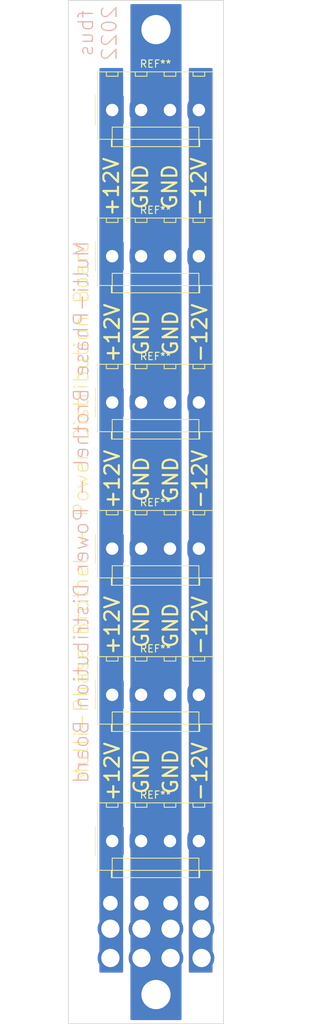
<source format=kicad_pcb>
(kicad_pcb (version 20211014) (generator pcbnew)
  (title_block (title "Modular Synth Power Board") (date "2022-11-14") (rev "v0.1") (company "fbus"))
  (layers (0 "F.Cu" signal) (31 "B.Cu" signal) (34 "B.Paste" user) (35 "F.Paste" user) (36 "B.SilkS" user "B.Silkscreen") (37 "F.SilkS" user "F.Silkscreen") (38 "B.Mask" user) (39 "F.Mask" user) (44 "Edge.Cuts" user))
  (net 0 "")
  (net 1 "+12V")
  (net 2 "GND")
  (net 3 "-12V")
  (footprint "Connector_Molex:Molex_KK-396_A-41791-0004_1x04_P3.96mm_Vertical" (layer "F.Cu") (at 25 35)
    (fp_text reference "REF**" (at 5.94 -6.31) (layer "F.SilkS"))
    (fp_text value "Molex_KK-396_A-41791-0004_1x04_P3.96mm_Vertical")
    (fp_line (start 3.16 -5.22) (end 3.16 -4.62) (layer "F.SilkS") (width 0.12))
    (fp_line (start 11.88 2.34) (end 11.88 4.01) (layer "F.SilkS") (width 0.12))
    (fp_line (start 11.88 4.01) (end 11.88 5.01) (layer "F.SilkS") (width 0.12))
    (fp_line (start -2.31 -2) (end -2.31 2) (layer "F.SilkS") (width 0.12))
    (fp_line (start 8.72 -4.62) (end 8.72 -5.22) (layer "F.SilkS") (width 0.12))
    (fp_line (start 0 2.34) (end 11.88 2.34) (layer "F.SilkS") (width 0.12))
    (fp_line (start 0.8 -4.62) (end 0.8 -5.22) (layer "F.SilkS") (width 0.12))
    (fp_line (start 4.76 -4.62) (end 4.76 -5.22) (layer "F.SilkS") (width 0.12))
    (fp_line (start 13.9 -5.22) (end 13.9 4.005) (layer "F.SilkS") (width 0.12))
    (fp_line (start 11.995 4.005) (end 11.995 5.01) (layer "F.SilkS") (width 0.12))
    (fp_line (start 0 4.01) (end 0 2.34) (layer "F.SilkS") (width 0.12))
    (fp_line (start 7.12 -4.62) (end 8.72 -4.62) (layer "F.SilkS") (width 0.12))
    (fp_line (start -0.115 4.005) (end -2.02 4.005) (layer "F.SilkS") (width 0.12))
    (fp_line (start 3.16 -4.62) (end 4.76 -4.62) (layer "F.SilkS") (width 0.12))
    (fp_line (start 11.08 -4.62) (end 12.68 -4.62) (layer "F.SilkS") (width 0.12))
    (fp_line (start 11.995 5.01) (end -0.115 5.01) (layer "F.SilkS") (width 0.12))
    (fp_line (start 7.12 -5.22) (end 7.12 -4.62) (layer "F.SilkS") (width 0.12))
    (fp_line (start -0.115 5.01) (end -0.115 4.005) (layer "F.SilkS") (width 0.12))
    (fp_line (start 0 4.01) (end 11.88 4.01) (layer "F.SilkS") (width 0.12))
    (fp_line (start 11.08 -5.22) (end 11.08 -4.62) (layer "F.SilkS") (width 0.12))
    (fp_line (start -0.8 -5.22) (end -0.8 -4.62) (layer "F.SilkS") (width 0.12))
    (fp_line (start 12.68 -4.62) (end 12.68 -5.22) (layer "F.SilkS") (width 0.12))
    (fp_line (start -2.02 -5.22) (end 13.9 -5.22) (layer "F.SilkS") (width 0.12))
    (fp_line (start 0 5.01) (end 0 4.01) (layer "F.SilkS") (width 0.12))
    (fp_line (start 13.9 4.005) (end 11.995 4.005) (layer "F.SilkS") (width 0.12))
    (fp_line (start -0.8 -4.62) (end 0.8 -4.62) (layer "F.SilkS") (width 0.12))
    (fp_line (start -2.02 4.005) (end -2.02 -5.22) (layer "F.SilkS") (width 0.12))
    (pad "1" thru_hole roundrect (at 0 0) (size 3.16 4.1) (drill 1.7) (layers *.Cu *.Mask) (roundrect_rratio 0.07911392405) (net 1 "+12V"))
    (pad "2" thru_hole oval (at 3.96 0) (size 3.16 4.1) (drill 1.7) (layers *.Cu *.Mask) (net 2 "GND"))
    (pad "3" thru_hole oval (at 7.92 0) (size 3.16 4.1) (drill 1.7) (layers *.Cu *.Mask) (net 2 "GND"))
    (pad "4" thru_hole oval (at 11.88 0) (size 3.16 4.1) (drill 1.7) (layers *.Cu *.Mask) (net 3 "-12V"))
  )
  (footprint "Connector_Molex:Molex_KK-396_A-41791-0004_1x04_P3.96mm_Vertical" (layer "F.Cu") (at 25 95)
    (fp_text reference "REF**" (at 5.94 -6.31) (layer "F.SilkS"))
    (fp_text value "Molex_KK-396_A-41791-0004_1x04_P3.96mm_Vertical")
    (fp_line (start 0.8 -4.62) (end 0.8 -5.22) (layer "F.SilkS") (width 0.12))
    (fp_line (start 11.88 2.34) (end 11.88 4.01) (layer "F.SilkS") (width 0.12))
    (fp_line (start 11.08 -5.22) (end 11.08 -4.62) (layer "F.SilkS") (width 0.12))
    (fp_line (start 13.9 4.005) (end 11.995 4.005) (layer "F.SilkS") (width 0.12))
    (fp_line (start 11.995 4.005) (end 11.995 5.01) (layer "F.SilkS") (width 0.12))
    (fp_line (start 11.995 5.01) (end -0.115 5.01) (layer "F.SilkS") (width 0.12))
    (fp_line (start 0 4.01) (end 11.88 4.01) (layer "F.SilkS") (width 0.12))
    (fp_line (start 7.12 -5.22) (end 7.12 -4.62) (layer "F.SilkS") (width 0.12))
    (fp_line (start -2.02 4.005) (end -2.02 -5.22) (layer "F.SilkS") (width 0.12))
    (fp_line (start 13.9 -5.22) (end 13.9 4.005) (layer "F.SilkS") (width 0.12))
    (fp_line (start -0.115 5.01) (end -0.115 4.005) (layer "F.SilkS") (width 0.12))
    (fp_line (start -2.31 -2) (end -2.31 2) (layer "F.SilkS") (width 0.12))
    (fp_line (start 0 2.34) (end 11.88 2.34) (layer "F.SilkS") (width 0.12))
    (fp_line (start -0.115 4.005) (end -2.02 4.005) (layer "F.SilkS") (width 0.12))
    (fp_line (start 11.88 4.01) (end 11.88 5.01) (layer "F.SilkS") (width 0.12))
    (fp_line (start 12.68 -4.62) (end 12.68 -5.22) (layer "F.SilkS") (width 0.12))
    (fp_line (start 3.16 -4.62) (end 4.76 -4.62) (layer "F.SilkS") (width 0.12))
    (fp_line (start 4.76 -4.62) (end 4.76 -5.22) (layer "F.SilkS") (width 0.12))
    (fp_line (start -0.8 -4.62) (end 0.8 -4.62) (layer "F.SilkS") (width 0.12))
    (fp_line (start 3.16 -5.22) (end 3.16 -4.62) (layer "F.SilkS") (width 0.12))
    (fp_line (start 7.12 -4.62) (end 8.72 -4.62) (layer "F.SilkS") (width 0.12))
    (fp_line (start 0 4.01) (end 0 2.34) (layer "F.SilkS") (width 0.12))
    (fp_line (start 11.08 -4.62) (end 12.68 -4.62) (layer "F.SilkS") (width 0.12))
    (fp_line (start -2.02 -5.22) (end 13.9 -5.22) (layer "F.SilkS") (width 0.12))
    (fp_line (start 8.72 -4.62) (end 8.72 -5.22) (layer "F.SilkS") (width 0.12))
    (fp_line (start -0.8 -5.22) (end -0.8 -4.62) (layer "F.SilkS") (width 0.12))
    (fp_line (start 0 5.01) (end 0 4.01) (layer "F.SilkS") (width 0.12))
    (pad "1" thru_hole roundrect (at 0 0) (size 3.16 4.1) (drill 1.7) (layers *.Cu *.Mask) (roundrect_rratio 0.07911392405) (net 1 "+12V"))
    (pad "2" thru_hole oval (at 3.96 0) (size 3.16 4.1) (drill 1.7) (layers *.Cu *.Mask) (net 2 "GND"))
    (pad "3" thru_hole oval (at 7.92 0) (size 3.16 4.1) (drill 1.7) (layers *.Cu *.Mask) (net 2 "GND"))
    (pad "4" thru_hole oval (at 11.88 0) (size 3.16 4.1) (drill 1.7) (layers *.Cu *.Mask) (net 3 "-12V"))
  )
  (footprint "Connector_Molex:Molex_KK-396_A-41791-0004_1x04_P3.96mm_Vertical" (layer "F.Cu") (at 25 135)
    (fp_text reference "REF**" (at 5.94 -6.31) (layer "F.SilkS"))
    (fp_text value "Molex_KK-396_A-41791-0004_1x04_P3.96mm_Vertical")
    (fp_line (start 11.08 -5.22) (end 11.08 -4.62) (layer "F.SilkS") (width 0.12))
    (fp_line (start 7.12 -5.22) (end 7.12 -4.62) (layer "F.SilkS") (width 0.12))
    (fp_line (start 4.76 -4.62) (end 4.76 -5.22) (layer "F.SilkS") (width 0.12))
    (fp_line (start 13.9 4.005) (end 11.995 4.005) (layer "F.SilkS") (width 0.12))
    (fp_line (start 11.995 5.01) (end -0.115 5.01) (layer "F.SilkS") (width 0.12))
    (fp_line (start 3.16 -4.62) (end 4.76 -4.62) (layer "F.SilkS") (width 0.12))
    (fp_line (start 0 4.01) (end 0 2.34) (layer "F.SilkS") (width 0.12))
    (fp_line (start -0.8 -4.62) (end 0.8 -4.62) (layer "F.SilkS") (width 0.12))
    (fp_line (start 11.08 -4.62) (end 12.68 -4.62) (layer "F.SilkS") (width 0.12))
    (fp_line (start 0 5.01) (end 0 4.01) (layer "F.SilkS") (width 0.12))
    (fp_line (start -0.115 5.01) (end -0.115 4.005) (layer "F.SilkS") (width 0.12))
    (fp_line (start -0.115 4.005) (end -2.02 4.005) (layer "F.SilkS") (width 0.12))
    (fp_line (start 13.9 -5.22) (end 13.9 4.005) (layer "F.SilkS") (width 0.12))
    (fp_line (start 0 4.01) (end 11.88 4.01) (layer "F.SilkS") (width 0.12))
    (fp_line (start 0.8 -4.62) (end 0.8 -5.22) (layer "F.SilkS") (width 0.12))
    (fp_line (start 7.12 -4.62) (end 8.72 -4.62) (layer "F.SilkS") (width 0.12))
    (fp_line (start -2.02 4.005) (end -2.02 -5.22) (layer "F.SilkS") (width 0.12))
    (fp_line (start 11.995 4.005) (end 11.995 5.01) (layer "F.SilkS") (width 0.12))
    (fp_line (start -0.8 -5.22) (end -0.8 -4.62) (layer "F.SilkS") (width 0.12))
    (fp_line (start -2.31 -2) (end -2.31 2) (layer "F.SilkS") (width 0.12))
    (fp_line (start 0 2.34) (end 11.88 2.34) (layer "F.SilkS") (width 0.12))
    (fp_line (start 3.16 -5.22) (end 3.16 -4.62) (layer "F.SilkS") (width 0.12))
    (fp_line (start 8.72 -4.62) (end 8.72 -5.22) (layer "F.SilkS") (width 0.12))
    (fp_line (start 12.68 -4.62) (end 12.68 -5.22) (layer "F.SilkS") (width 0.12))
    (fp_line (start 11.88 4.01) (end 11.88 5.01) (layer "F.SilkS") (width 0.12))
    (fp_line (start -2.02 -5.22) (end 13.9 -5.22) (layer "F.SilkS") (width 0.12))
    (fp_line (start 11.88 2.34) (end 11.88 4.01) (layer "F.SilkS") (width 0.12))
    (pad "1" thru_hole roundrect (at 0 0) (size 3.16 4.1) (drill 1.7) (layers *.Cu *.Mask) (roundrect_rratio 0.07911392405) (net 1 "+12V"))
    (pad "2" thru_hole oval (at 3.96 0) (size 3.16 4.1) (drill 1.7) (layers *.Cu *.Mask) (net 2 "GND"))
    (pad "3" thru_hole oval (at 7.92 0) (size 3.16 4.1) (drill 1.7) (layers *.Cu *.Mask) (net 2 "GND"))
    (pad "4" thru_hole oval (at 11.88 0) (size 3.16 4.1) (drill 1.7) (layers *.Cu *.Mask) (net 3 "-12V"))
  )
  (footprint "Connector_Molex:Molex_KK-396_A-41791-0004_1x04_P3.96mm_Vertical" (layer "F.Cu") (at 25 115)
    (fp_text reference "REF**" (at 5.94 -6.31) (layer "F.SilkS"))
    (fp_text value "Molex_KK-396_A-41791-0004_1x04_P3.96mm_Vertical")
    (fp_line (start -0.115 5.01) (end -0.115 4.005) (layer "F.SilkS") (width 0.12))
    (fp_line (start 0 2.34) (end 11.88 2.34) (layer "F.SilkS") (width 0.12))
    (fp_line (start 7.12 -5.22) (end 7.12 -4.62) (layer "F.SilkS") (width 0.12))
    (fp_line (start 13.9 -5.22) (end 13.9 4.005) (layer "F.SilkS") (width 0.12))
    (fp_line (start -2.02 4.005) (end -2.02 -5.22) (layer "F.SilkS") (width 0.12))
    (fp_line (start 3.16 -4.62) (end 4.76 -4.62) (layer "F.SilkS") (width 0.12))
    (fp_line (start 0 4.01) (end 11.88 4.01) (layer "F.SilkS") (width 0.12))
    (fp_line (start 3.16 -5.22) (end 3.16 -4.62) (layer "F.SilkS") (width 0.12))
    (fp_line (start 11.08 -4.62) (end 12.68 -4.62) (layer "F.SilkS") (width 0.12))
    (fp_line (start 11.995 5.01) (end -0.115 5.01) (layer "F.SilkS") (width 0.12))
    (fp_line (start -0.115 4.005) (end -2.02 4.005) (layer "F.SilkS") (width 0.12))
    (fp_line (start 8.72 -4.62) (end 8.72 -5.22) (layer "F.SilkS") (width 0.12))
    (fp_line (start 13.9 4.005) (end 11.995 4.005) (layer "F.SilkS") (width 0.12))
    (fp_line (start 11.995 4.005) (end 11.995 5.01) (layer "F.SilkS") (width 0.12))
    (fp_line (start 0.8 -4.62) (end 0.8 -5.22) (layer "F.SilkS") (width 0.12))
    (fp_line (start 0 5.01) (end 0 4.01) (layer "F.SilkS") (width 0.12))
    (fp_line (start 11.88 2.34) (end 11.88 4.01) (layer "F.SilkS") (width 0.12))
    (fp_line (start 0 4.01) (end 0 2.34) (layer "F.SilkS") (width 0.12))
    (fp_line (start 11.88 4.01) (end 11.88 5.01) (layer "F.SilkS") (width 0.12))
    (fp_line (start 12.68 -4.62) (end 12.68 -5.22) (layer "F.SilkS") (width 0.12))
    (fp_line (start 7.12 -4.62) (end 8.72 -4.62) (layer "F.SilkS") (width 0.12))
    (fp_line (start -0.8 -4.62) (end 0.8 -4.62) (layer "F.SilkS") (width 0.12))
    (fp_line (start -2.02 -5.22) (end 13.9 -5.22) (layer "F.SilkS") (width 0.12))
    (fp_line (start 4.76 -4.62) (end 4.76 -5.22) (layer "F.SilkS") (width 0.12))
    (fp_line (start -2.31 -2) (end -2.31 2) (layer "F.SilkS") (width 0.12))
    (fp_line (start -0.8 -5.22) (end -0.8 -4.62) (layer "F.SilkS") (width 0.12))
    (fp_line (start 11.08 -5.22) (end 11.08 -4.62) (layer "F.SilkS") (width 0.12))
    (pad "1" thru_hole roundrect (at 0 0) (size 3.16 4.1) (drill 1.7) (layers *.Cu *.Mask) (roundrect_rratio 0.07911392405) (net 1 "+12V"))
    (pad "2" thru_hole oval (at 3.96 0) (size 3.16 4.1) (drill 1.7) (layers *.Cu *.Mask) (net 2 "GND"))
    (pad "3" thru_hole oval (at 7.92 0) (size 3.16 4.1) (drill 1.7) (layers *.Cu *.Mask) (net 2 "GND"))
    (pad "4" thru_hole oval (at 11.88 0) (size 3.16 4.1) (drill 1.7) (layers *.Cu *.Mask) (net 3 "-12V"))
  )
  (footprint "Connector_Molex:Molex_KK-396_A-41791-0004_1x04_P3.96mm_Vertical" (layer "F.Cu") (at 25 75)
    (fp_text reference "REF**" (at 5.94 -6.31) (layer "F.SilkS"))
    (fp_text value "Molex_KK-396_A-41791-0004_1x04_P3.96mm_Vertical")
    (fp_line (start 4.76 -4.62) (end 4.76 -5.22) (layer "F.SilkS") (width 0.12))
    (fp_line (start -2.02 -5.22) (end 13.9 -5.22) (layer "F.SilkS") (width 0.12))
    (fp_line (start -2.02 4.005) (end -2.02 -5.22) (layer "F.SilkS") (width 0.12))
    (fp_line (start 12.68 -4.62) (end 12.68 -5.22) (layer "F.SilkS") (width 0.12))
    (fp_line (start 0.8 -4.62) (end 0.8 -5.22) (layer "F.SilkS") (width 0.12))
    (fp_line (start 11.08 -4.62) (end 12.68 -4.62) (layer "F.SilkS") (width 0.12))
    (fp_line (start 11.88 2.34) (end 11.88 4.01) (layer "F.SilkS") (width 0.12))
    (fp_line (start 11.995 4.005) (end 11.995 5.01) (layer "F.SilkS") (width 0.12))
    (fp_line (start 11.995 5.01) (end -0.115 5.01) (layer "F.SilkS") (width 0.12))
    (fp_line (start -0.8 -5.22) (end -0.8 -4.62) (layer "F.SilkS") (width 0.12))
    (fp_line (start 0 2.34) (end 11.88 2.34) (layer "F.SilkS") (width 0.12))
    (fp_line (start 8.72 -4.62) (end 8.72 -5.22) (layer "F.SilkS") (width 0.12))
    (fp_line (start 11.08 -5.22) (end 11.08 -4.62) (layer "F.SilkS") (width 0.12))
    (fp_line (start 7.12 -5.22) (end 7.12 -4.62) (layer "F.SilkS") (width 0.12))
    (fp_line (start 0 4.01) (end 11.88 4.01) (layer "F.SilkS") (width 0.12))
    (fp_line (start 0 5.01) (end 0 4.01) (layer "F.SilkS") (width 0.12))
    (fp_line (start -2.31 -2) (end -2.31 2) (layer "F.SilkS") (width 0.12))
    (fp_line (start 3.16 -5.22) (end 3.16 -4.62) (layer "F.SilkS") (width 0.12))
    (fp_line (start -0.8 -4.62) (end 0.8 -4.62) (layer "F.SilkS") (width 0.12))
    (fp_line (start 13.9 -5.22) (end 13.9 4.005) (layer "F.SilkS") (width 0.12))
    (fp_line (start 11.88 4.01) (end 11.88 5.01) (layer "F.SilkS") (width 0.12))
    (fp_line (start 7.12 -4.62) (end 8.72 -4.62) (layer "F.SilkS") (width 0.12))
    (fp_line (start 3.16 -4.62) (end 4.76 -4.62) (layer "F.SilkS") (width 0.12))
    (fp_line (start -0.115 4.005) (end -2.02 4.005) (layer "F.SilkS") (width 0.12))
    (fp_line (start 0 4.01) (end 0 2.34) (layer "F.SilkS") (width 0.12))
    (fp_line (start 13.9 4.005) (end 11.995 4.005) (layer "F.SilkS") (width 0.12))
    (fp_line (start -0.115 5.01) (end -0.115 4.005) (layer "F.SilkS") (width 0.12))
    (pad "1" thru_hole roundrect (at 0 0) (size 3.16 4.1) (drill 1.7) (layers *.Cu *.Mask) (roundrect_rratio 0.07911392405) (net 1 "+12V"))
    (pad "2" thru_hole oval (at 3.96 0) (size 3.16 4.1) (drill 1.7) (layers *.Cu *.Mask) (net 2 "GND"))
    (pad "3" thru_hole oval (at 7.92 0) (size 3.16 4.1) (drill 1.7) (layers *.Cu *.Mask) (net 2 "GND"))
    (pad "4" thru_hole oval (at 11.88 0) (size 3.16 4.1) (drill 1.7) (layers *.Cu *.Mask) (net 3 "-12V"))
  )
  (footprint "Connector_Molex:Molex_KK-396_A-41791-0004_1x04_P3.96mm_Vertical" (layer "F.Cu") (at 25 55)
    (fp_text reference "REF**" (at 5.94 -6.31) (layer "F.SilkS"))
    (fp_text value "Molex_KK-396_A-41791-0004_1x04_P3.96mm_Vertical")
    (fp_line (start 0 2.34) (end 11.88 2.34) (layer "F.SilkS") (width 0.12))
    (fp_line (start -0.8 -4.62) (end 0.8 -4.62) (layer "F.SilkS") (width 0.12))
    (fp_line (start 11.995 4.005) (end 11.995 5.01) (layer "F.SilkS") (width 0.12))
    (fp_line (start 12.68 -4.62) (end 12.68 -5.22) (layer "F.SilkS") (width 0.12))
    (fp_line (start -2.31 -2) (end -2.31 2) (layer "F.SilkS") (width 0.12))
    (fp_line (start 0 4.01) (end 11.88 4.01) (layer "F.SilkS") (width 0.12))
    (fp_line (start 11.88 4.01) (end 11.88 5.01) (layer "F.SilkS") (width 0.12))
    (fp_line (start 7.12 -5.22) (end 7.12 -4.62) (layer "F.SilkS") (width 0.12))
    (fp_line (start 13.9 4.005) (end 11.995 4.005) (layer "F.SilkS") (width 0.12))
    (fp_line (start 0 5.01) (end 0 4.01) (layer "F.SilkS") (width 0.12))
    (fp_line (start -2.02 4.005) (end -2.02 -5.22) (layer "F.SilkS") (width 0.12))
    (fp_line (start 8.72 -4.62) (end 8.72 -5.22) (layer "F.SilkS") (width 0.12))
    (fp_line (start 13.9 -5.22) (end 13.9 4.005) (layer "F.SilkS") (width 0.12))
    (fp_line (start -0.115 4.005) (end -2.02 4.005) (layer "F.SilkS") (width 0.12))
    (fp_line (start 3.16 -4.62) (end 4.76 -4.62) (layer "F.SilkS") (width 0.12))
    (fp_line (start 0.8 -4.62) (end 0.8 -5.22) (layer "F.SilkS") (width 0.12))
    (fp_line (start 11.08 -4.62) (end 12.68 -4.62) (layer "F.SilkS") (width 0.12))
    (fp_line (start -0.115 5.01) (end -0.115 4.005) (layer "F.SilkS") (width 0.12))
    (fp_line (start -2.02 -5.22) (end 13.9 -5.22) (layer "F.SilkS") (width 0.12))
    (fp_line (start 3.16 -5.22) (end 3.16 -4.62) (layer "F.SilkS") (width 0.12))
    (fp_line (start 7.12 -4.62) (end 8.72 -4.62) (layer "F.SilkS") (width 0.12))
    (fp_line (start 11.08 -5.22) (end 11.08 -4.62) (layer "F.SilkS") (width 0.12))
    (fp_line (start 0 4.01) (end 0 2.34) (layer "F.SilkS") (width 0.12))
    (fp_line (start 4.76 -4.62) (end 4.76 -5.22) (layer "F.SilkS") (width 0.12))
    (fp_line (start 11.88 2.34) (end 11.88 4.01) (layer "F.SilkS") (width 0.12))
    (fp_line (start 11.995 5.01) (end -0.115 5.01) (layer "F.SilkS") (width 0.12))
    (fp_line (start -0.8 -5.22) (end -0.8 -4.62) (layer "F.SilkS") (width 0.12))
    (pad "1" thru_hole roundrect (at 0 0) (size 3.16 4.1) (drill 1.7) (layers *.Cu *.Mask) (roundrect_rratio 0.07911392405) (net 1 "+12V"))
    (pad "2" thru_hole oval (at 3.96 0) (size 3.16 4.1) (drill 1.7) (layers *.Cu *.Mask) (net 2 "GND"))
    (pad "3" thru_hole oval (at 7.92 0) (size 3.16 4.1) (drill 1.7) (layers *.Cu *.Mask) (net 2 "GND"))
    (pad "4" thru_hole oval (at 11.88 0) (size 3.16 4.1) (drill 1.7) (layers *.Cu *.Mask) (net 3 "-12V"))
  )
  (gr_rect (start 19 20) (end 40.25 160) (layer "Edge.Cuts") (width 0.1) (fill none))
  (gr_text "Multi-Phase Brothel - Power Distribution Board" (at 20.75 90 90) (layer "F.Cu") (effects (font (size 2 2))))
  (gr_text "Multi-Phase Brothel - Power Distribution Board" (at 20.75 90 90) (layer "B.Cu") (effects (font (size 2 2)) (justify mirror)))
  (gr_text "fbus\n2022" (at 23 24.5 90) (layer "B.Cu") (effects (font (size 2 2)) (justify mirror)))
  (gr_text "Multi-Phase Brothel - Power Distribution Board" (at 20.75 90 90) (layer "B.SilkS") (effects (font (size 2 2)) (justify mirror)))
  (gr_text "fbus\n2022" (at 23 24.5 90) (layer "B.SilkS") (effects (font (size 2 2)) (justify mirror)))
  (gr_text "-12V" (at 37 105.5 90) (layer "F.SilkS") (effects (font (size 2 2) (thickness 0.3))))
  (gr_text "GND" (at 29 105.5 90) (layer "F.SilkS") (effects (font (size 2 2) (thickness 0.3))))
  (gr_text "+12V" (at 25 65.5 90) (layer "F.SilkS") (effects (font (size 2 2) (thickness 0.3))))
  (gr_text "+12V" (at 25 125.5 90) (layer "F.SilkS") (effects (font (size 2 2) (thickness 0.3))))
  (gr_text "GND" (at 28.88 45.5 90) (layer "F.SilkS") (effects (font (size 2 2) (thickness 0.3))))
  (gr_text "GND" (at 29 85.5 90) (layer "F.SilkS") (effects (font (size 2 2) (thickness 0.3))))
  (gr_text "GND" (at 33 125.5 90) (layer "F.SilkS") (effects (font (size 2 2) (thickness 0.3))))
  (gr_text "-12V" (at 36.88 45.5 90) (layer "F.SilkS") (effects (font (size 2 2) (thickness 0.3))))
  (gr_text "GND" (at 29 65.5 90) (layer "F.SilkS") (effects (font (size 2 2) (thickness 0.3))))
  (gr_text "+12V" (at 24.88 45.5 90) (layer "F.SilkS") (effects (font (size 2 2) (thickness 0.3))))
  (gr_text "+12V" (at 25 85.5 90) (layer "F.SilkS") (effects (font (size 2 2) (thickness 0.3))))
  (gr_text "+12V" (at 25 105.5 90) (layer "F.SilkS") (effects (font (size 2 2) (thickness 0.3))))
  (gr_text "GND" (at 33 105.5 90) (layer "F.SilkS") (effects (font (size 2 2) (thickness 0.3))))
  (gr_text "-12V" (at 37 125.5 90) (layer "F.SilkS") (effects (font (size 2 2) (thickness 0.3))))
  (gr_text "Multi-Phase Brothel - Power Distribution Board" (at 20.75 90 90) (layer "F.SilkS") (effects (font (size 2 2))))
  (gr_text "GND" (at 33 65.5 90) (layer "F.SilkS") (effects (font (size 2 2) (thickness 0.3))))
  (gr_text "GND" (at 33 85.5 90) (layer "F.SilkS") (effects (font (size 2 2) (thickness 0.3))))
  (gr_text "-12V" (at 37 85.5 90) (layer "F.SilkS") (effects (font (size 2 2) (thickness 0.3))))
  (gr_text "-12V" (at 37 65.5 90) (layer "F.SilkS") (effects (font (size 2 2) (thickness 0.3))))
  (gr_text "GND" (at 32.88 45.5 90) (layer "F.SilkS") (effects (font (size 2 2) (thickness 0.3))))
  (gr_text "GND" (at 29 125.5 90) (layer "F.SilkS") (effects (font (size 2 2) (thickness 0.3))))
  (via (at 24.75 143.5) (size 3) (drill 2) (layers "F.Cu" "B.Cu") (net 1))
  (via (at 24.75 151) (size 3.5) (drill 2.5) (layers "F.Cu" "B.Cu") (net 1))
  (via (at 24.75 147) (size 3.5) (drill 2.5) (layers "F.Cu" "B.Cu") (net 1))
  (via (at 31 156) (size 5) (drill 4) (layers "F.Cu" "B.Cu") (net 2))
  (via (at 31 24) (size 5) (drill 4) (layers "F.Cu" "B.Cu") (net 2))
  (via (at 29 151) (size 3.5) (drill 2.5) (layers "F.Cu" "B.Cu") (net 2))
  (via (at 33 151) (size 3.5) (drill 2.5) (layers "F.Cu" "B.Cu") (net 2))
  (via (at 29 147) (size 3.5) (drill 2.5) (layers "F.Cu" "B.Cu") (net 2))
  (via (at 33 143.5) (size 3) (drill 2) (layers "F.Cu" "B.Cu") (net 2))
  (via (at 33 147) (size 3.5) (drill 2.5) (layers "F.Cu" "B.Cu") (net 2))
  (via (at 29 143.5) (size 3) (drill 2) (layers "F.Cu" "B.Cu") (net 2))
  (via (at 37.25 143.5) (size 3) (drill 2) (layers "F.Cu" "B.Cu") (net 3))
  (via (at 37.25 147) (size 3.5) (drill 2.5) (layers "F.Cu" "B.Cu") (net 3))
  (via (at 37.25 151) (size 3.5) (drill 2.5) (layers "F.Cu" "B.Cu") (net 3))
  (zone (net 1) (net_name "+12V") (layers F&B.Cu) (connect_pads yes (clearance 0)) (min_thickness 0.254) (fill yes (thermal_gap 0.508) (thermal_bridge_width 0.508))
    (polygon (pts (xy 26.5 153) (xy 23.25 153) (xy 23.25 29.25) (xy 26.5 29.25)))
  )
  (zone (net 2) (net_name "GND") (layers F&B.Cu) (connect_pads yes (clearance 0.508)) (min_thickness 0.254) (fill yes (thermal_gap 0.508) (thermal_bridge_width 0.508))
    (polygon (pts (xy 34.5 159.5) (xy 27.5 159.5) (xy 27.5 20.5) (xy 34.5 20.5)))
  )
  (zone (net 3) (net_name "-12V") (layers F&B.Cu) (connect_pads yes (clearance 0.508)) (min_thickness 0.254) (fill yes (thermal_gap 0.508) (thermal_bridge_width 0.508))
    (polygon (pts (xy 38.75 153) (xy 35.5 153) (xy 35.5 29.25) (xy 38.75 29.25)))
  )
)
</source>
